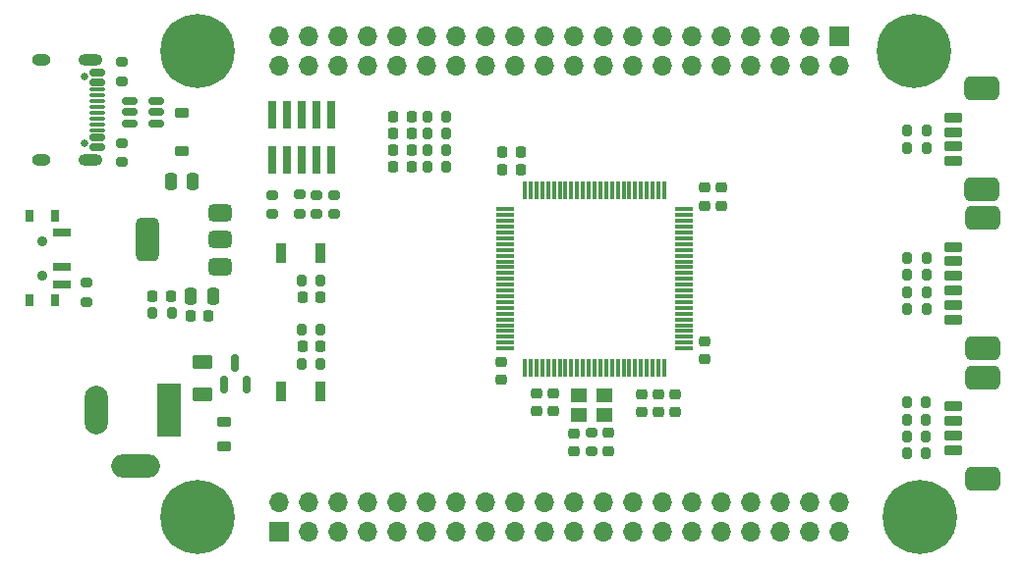
<source format=gbr>
%TF.GenerationSoftware,KiCad,Pcbnew,8.0.5*%
%TF.CreationDate,2024-10-15T23:52:28+04:00*%
%TF.ProjectId,AuroraF4,4175726f-7261-4463-942e-6b696361645f,v1.0.1*%
%TF.SameCoordinates,Original*%
%TF.FileFunction,Soldermask,Top*%
%TF.FilePolarity,Negative*%
%FSLAX46Y46*%
G04 Gerber Fmt 4.6, Leading zero omitted, Abs format (unit mm)*
G04 Created by KiCad (PCBNEW 8.0.5) date 2024-10-15 23:52:28*
%MOMM*%
%LPD*%
G01*
G04 APERTURE LIST*
G04 Aperture macros list*
%AMRoundRect*
0 Rectangle with rounded corners*
0 $1 Rounding radius*
0 $2 $3 $4 $5 $6 $7 $8 $9 X,Y pos of 4 corners*
0 Add a 4 corners polygon primitive as box body*
4,1,4,$2,$3,$4,$5,$6,$7,$8,$9,$2,$3,0*
0 Add four circle primitives for the rounded corners*
1,1,$1+$1,$2,$3*
1,1,$1+$1,$4,$5*
1,1,$1+$1,$6,$7*
1,1,$1+$1,$8,$9*
0 Add four rect primitives between the rounded corners*
20,1,$1+$1,$2,$3,$4,$5,0*
20,1,$1+$1,$4,$5,$6,$7,0*
20,1,$1+$1,$6,$7,$8,$9,0*
20,1,$1+$1,$8,$9,$2,$3,0*%
G04 Aperture macros list end*
%ADD10R,0.900000X1.700000*%
%ADD11RoundRect,0.200000X-0.200000X-0.275000X0.200000X-0.275000X0.200000X0.275000X-0.200000X0.275000X0*%
%ADD12RoundRect,0.200000X0.200000X0.275000X-0.200000X0.275000X-0.200000X-0.275000X0.200000X-0.275000X0*%
%ADD13RoundRect,0.225000X0.225000X0.250000X-0.225000X0.250000X-0.225000X-0.250000X0.225000X-0.250000X0*%
%ADD14R,0.740000X2.400000*%
%ADD15RoundRect,0.200000X0.600000X0.200000X-0.600000X0.200000X-0.600000X-0.200000X0.600000X-0.200000X0*%
%ADD16RoundRect,0.525000X-0.975000X-0.525000X0.975000X-0.525000X0.975000X0.525000X-0.975000X0.525000X0*%
%ADD17RoundRect,0.200000X-0.275000X0.200000X-0.275000X-0.200000X0.275000X-0.200000X0.275000X0.200000X0*%
%ADD18R,0.800000X1.000000*%
%ADD19C,0.900000*%
%ADD20R,1.500000X0.700000*%
%ADD21RoundRect,0.250000X-0.250000X-0.475000X0.250000X-0.475000X0.250000X0.475000X-0.250000X0.475000X0*%
%ADD22RoundRect,0.218750X-0.218750X-0.256250X0.218750X-0.256250X0.218750X0.256250X-0.218750X0.256250X0*%
%ADD23RoundRect,0.225000X0.375000X-0.225000X0.375000X0.225000X-0.375000X0.225000X-0.375000X-0.225000X0*%
%ADD24R,2.000000X4.600000*%
%ADD25O,2.000000X4.200000*%
%ADD26O,4.200000X2.000000*%
%ADD27RoundRect,0.225000X0.250000X-0.225000X0.250000X0.225000X-0.250000X0.225000X-0.250000X-0.225000X0*%
%ADD28C,0.800000*%
%ADD29C,6.400000*%
%ADD30RoundRect,0.225000X-0.250000X0.225000X-0.250000X-0.225000X0.250000X-0.225000X0.250000X0.225000X0*%
%ADD31R,1.700000X1.700000*%
%ADD32O,1.700000X1.700000*%
%ADD33RoundRect,0.250000X0.250000X0.475000X-0.250000X0.475000X-0.250000X-0.475000X0.250000X-0.475000X0*%
%ADD34RoundRect,0.218750X-0.381250X0.218750X-0.381250X-0.218750X0.381250X-0.218750X0.381250X0.218750X0*%
%ADD35RoundRect,0.200000X0.275000X-0.200000X0.275000X0.200000X-0.275000X0.200000X-0.275000X-0.200000X0*%
%ADD36R,1.400000X1.200000*%
%ADD37RoundRect,0.375000X0.625000X0.375000X-0.625000X0.375000X-0.625000X-0.375000X0.625000X-0.375000X0*%
%ADD38RoundRect,0.500000X0.500000X1.400000X-0.500000X1.400000X-0.500000X-1.400000X0.500000X-1.400000X0*%
%ADD39RoundRect,0.150000X-0.512500X-0.150000X0.512500X-0.150000X0.512500X0.150000X-0.512500X0.150000X0*%
%ADD40RoundRect,0.250000X0.625000X-0.375000X0.625000X0.375000X-0.625000X0.375000X-0.625000X-0.375000X0*%
%ADD41RoundRect,0.150000X0.150000X-0.587500X0.150000X0.587500X-0.150000X0.587500X-0.150000X-0.587500X0*%
%ADD42RoundRect,0.075000X0.725000X-0.075000X0.725000X0.075000X-0.725000X0.075000X-0.725000X-0.075000X0*%
%ADD43RoundRect,0.075000X0.075000X-0.725000X0.075000X0.725000X-0.075000X0.725000X-0.075000X-0.725000X0*%
%ADD44C,0.650000*%
%ADD45RoundRect,0.150000X-0.500000X0.150000X-0.500000X-0.150000X0.500000X-0.150000X0.500000X0.150000X0*%
%ADD46RoundRect,0.075000X-0.575000X0.075000X-0.575000X-0.075000X0.575000X-0.075000X0.575000X0.075000X0*%
%ADD47O,2.100000X1.000000*%
%ADD48O,1.600000X1.000000*%
G04 APERTURE END LIST*
D10*
%TO.C,USR*%
X120830000Y-108140000D03*
X124230000Y-108140000D03*
%TD*%
%TO.C,RST*%
X120830000Y-96170000D03*
X124230000Y-96170000D03*
%TD*%
D11*
%TO.C,R6*%
X122625000Y-102830000D03*
X124275000Y-102830000D03*
%TD*%
D12*
%TO.C,R5*%
X122625000Y-105750000D03*
X124275000Y-105750000D03*
%TD*%
%TO.C,R4*%
X124275000Y-98560000D03*
X122625000Y-98560000D03*
%TD*%
D13*
%TO.C,C18*%
X124225000Y-104290000D03*
X122675000Y-104290000D03*
%TD*%
%TO.C,C17*%
X124225000Y-100020000D03*
X122675000Y-100020000D03*
%TD*%
D14*
%TO.C,J2*%
X120070000Y-88160000D03*
X120070000Y-84260000D03*
X121340000Y-88160000D03*
X121340000Y-84260000D03*
X122610000Y-88160000D03*
X122610000Y-84260000D03*
X123880000Y-88160000D03*
X123880000Y-84260000D03*
X125150000Y-88160000D03*
X125150000Y-84260000D03*
%TD*%
D15*
%TO.C,J3*%
X178790000Y-113200000D03*
X178790000Y-111950000D03*
X178790000Y-110700000D03*
X178790000Y-109450000D03*
D16*
X181290000Y-106950000D03*
X181290000Y-115650000D03*
%TD*%
D15*
%TO.C,J1*%
X178780000Y-101920000D03*
X178780000Y-100670000D03*
X178780000Y-99420000D03*
X178780000Y-98170000D03*
X178780000Y-96920000D03*
X178780000Y-95670000D03*
D16*
X181280000Y-93170000D03*
X181280000Y-104420000D03*
%TD*%
D12*
%TO.C,R27*%
X135080000Y-88790000D03*
X133430000Y-88790000D03*
%TD*%
%TO.C,R26*%
X135080000Y-87330000D03*
X133430000Y-87330000D03*
%TD*%
%TO.C,R25*%
X135080000Y-85870000D03*
X133430000Y-85870000D03*
%TD*%
%TO.C,R24*%
X135080000Y-84410000D03*
X133430000Y-84410000D03*
%TD*%
D17*
%TO.C,R8*%
X123930000Y-92825000D03*
X123930000Y-91175000D03*
%TD*%
D18*
%TO.C,BOOT1*%
X101350000Y-93000000D03*
X99140000Y-93000000D03*
D19*
X100240000Y-95150000D03*
X100240000Y-98150000D03*
D18*
X101350000Y-100300000D03*
X99140000Y-100300000D03*
D20*
X102000000Y-94400000D03*
X102000000Y-97400000D03*
X102000000Y-98900000D03*
%TD*%
D21*
%TO.C,C15*%
X114990000Y-99940000D03*
X113090000Y-99940000D03*
%TD*%
D17*
%TO.C,R17*%
X107117500Y-79712500D03*
X107117500Y-81362500D03*
%TD*%
D22*
%TO.C,D4*%
X132077500Y-88790000D03*
X130502500Y-88790000D03*
%TD*%
D23*
%TO.C,D6*%
X112330000Y-87430000D03*
X112330000Y-84130000D03*
%TD*%
D17*
%TO.C,R9*%
X122470000Y-92810000D03*
X122470000Y-91160000D03*
%TD*%
D22*
%TO.C,L1*%
X114607500Y-101650000D03*
X113032500Y-101650000D03*
%TD*%
D24*
%TO.C,POWER*%
X111220000Y-109760000D03*
D25*
X104920000Y-109760000D03*
D26*
X108320000Y-114560000D03*
%TD*%
D27*
%TO.C,C6*%
X157330000Y-92105000D03*
X157330000Y-90555000D03*
%TD*%
D11*
%TO.C,R12*%
X174750000Y-113500000D03*
X176400000Y-113500000D03*
%TD*%
D28*
%TO.C,H4*%
X116020000Y-119015000D03*
X115317056Y-120712056D03*
X115317056Y-117317944D03*
X113620000Y-121415000D03*
D29*
X113620000Y-119015000D03*
D28*
X113620000Y-116615000D03*
X111922944Y-120712056D03*
X111922944Y-117317944D03*
X111220000Y-119015000D03*
%TD*%
D30*
%TO.C,C9*%
X142830000Y-109865000D03*
X142830000Y-108315000D03*
%TD*%
%TO.C,C12*%
X149040000Y-113290000D03*
X149040000Y-111740000D03*
%TD*%
D31*
%TO.C,J9*%
X168920000Y-77457056D03*
D32*
X168920000Y-79997056D03*
X166380000Y-77457056D03*
X166380000Y-79997056D03*
X163840000Y-77457056D03*
X163840000Y-79997056D03*
X161300000Y-77457056D03*
X161300000Y-79997056D03*
X158760000Y-77457056D03*
X158760000Y-79997056D03*
X156220000Y-77457056D03*
X156220000Y-79997056D03*
X153680000Y-77457056D03*
X153680000Y-79997056D03*
X151140000Y-77457056D03*
X151140000Y-79997056D03*
X148600000Y-77457056D03*
X148600000Y-79997056D03*
X146060000Y-77457056D03*
X146060000Y-79997056D03*
X143520000Y-77457056D03*
X143520000Y-79997056D03*
X140980000Y-77457056D03*
X140980000Y-79997056D03*
X138440000Y-77457056D03*
X138440000Y-79997056D03*
X135900000Y-77457056D03*
X135900000Y-79997056D03*
X133360000Y-77457056D03*
X133360000Y-79997056D03*
X130820000Y-77457056D03*
X130820000Y-79997056D03*
X128280000Y-77457056D03*
X128280000Y-79997056D03*
X125740000Y-77457056D03*
X125740000Y-79997056D03*
X123200000Y-77457056D03*
X123200000Y-79997056D03*
X120660000Y-77457056D03*
X120660000Y-79997056D03*
%TD*%
D33*
%TO.C,C14*%
X113260000Y-90050000D03*
X111360000Y-90050000D03*
%TD*%
D34*
%TO.C,FB1*%
X115980000Y-110735000D03*
X115980000Y-112860000D03*
%TD*%
D17*
%TO.C,R10*%
X120080000Y-92835000D03*
X120080000Y-91185000D03*
%TD*%
D22*
%TO.C,D5*%
X111377500Y-99940000D03*
X109802500Y-99940000D03*
%TD*%
D12*
%TO.C,R16*%
X176455000Y-87110000D03*
X174805000Y-87110000D03*
%TD*%
D11*
%TO.C,R11*%
X176405000Y-109110000D03*
X174755000Y-109110000D03*
%TD*%
D17*
%TO.C,R7*%
X125400000Y-92825000D03*
X125400000Y-91175000D03*
%TD*%
D12*
%TO.C,R19*%
X109765000Y-101400000D03*
X111415000Y-101400000D03*
%TD*%
D31*
%TO.C,J7*%
X120670000Y-120290000D03*
D32*
X120670000Y-117750000D03*
X123210000Y-120290000D03*
X123210000Y-117750000D03*
X125750000Y-120290000D03*
X125750000Y-117750000D03*
X128290000Y-120290000D03*
X128290000Y-117750000D03*
X130830000Y-120290000D03*
X130830000Y-117750000D03*
X133370000Y-120290000D03*
X133370000Y-117750000D03*
X135910000Y-120290000D03*
X135910000Y-117750000D03*
X138450000Y-120290000D03*
X138450000Y-117750000D03*
X140990000Y-120290000D03*
X140990000Y-117750000D03*
X143530000Y-120290000D03*
X143530000Y-117750000D03*
X146070000Y-120290000D03*
X146070000Y-117750000D03*
X148610000Y-120290000D03*
X148610000Y-117750000D03*
X151150000Y-120290000D03*
X151150000Y-117750000D03*
X153690000Y-120290000D03*
X153690000Y-117750000D03*
X156230000Y-120290000D03*
X156230000Y-117750000D03*
X158770000Y-120290000D03*
X158770000Y-117750000D03*
X161310000Y-120290000D03*
X161310000Y-117750000D03*
X163850000Y-120290000D03*
X163850000Y-117750000D03*
X166390000Y-120290000D03*
X166390000Y-117750000D03*
X168930000Y-120290000D03*
X168930000Y-117750000D03*
%TD*%
D28*
%TO.C,H2*%
X173000000Y-78732056D03*
X173702944Y-77035000D03*
X173702944Y-80429112D03*
X175400000Y-76332056D03*
D29*
X175400000Y-78732056D03*
D28*
X175400000Y-81132056D03*
X177097056Y-77035000D03*
X177097056Y-80429112D03*
X177800000Y-78732056D03*
%TD*%
D30*
%TO.C,C11*%
X154840000Y-109940000D03*
X154840000Y-108390000D03*
%TD*%
D22*
%TO.C,D3*%
X132077500Y-87330000D03*
X130502500Y-87330000D03*
%TD*%
D30*
%TO.C,C10*%
X153370000Y-108390000D03*
X153370000Y-109940000D03*
%TD*%
D35*
%TO.C,R18*%
X107117500Y-88367500D03*
X107117500Y-86717500D03*
%TD*%
D12*
%TO.C,R20*%
X176465000Y-98090000D03*
X174815000Y-98090000D03*
%TD*%
D35*
%TO.C,R1*%
X104100000Y-100405000D03*
X104100000Y-98755000D03*
%TD*%
D36*
%TO.C,Y1*%
X146480000Y-110180000D03*
X148680000Y-110180000D03*
X148680000Y-108480000D03*
X146480000Y-108480000D03*
%TD*%
D22*
%TO.C,D1*%
X132082500Y-84410000D03*
X130507500Y-84410000D03*
%TD*%
D37*
%TO.C,U4*%
X115610000Y-97350000D03*
X115610000Y-95050000D03*
D38*
X109310000Y-95050000D03*
D37*
X115610000Y-92750000D03*
%TD*%
D12*
%TO.C,R13*%
X176465000Y-101010000D03*
X174815000Y-101010000D03*
%TD*%
D28*
%TO.C,H1*%
X111220000Y-78732056D03*
X111922944Y-77035000D03*
X111922944Y-80429112D03*
X113620000Y-76332056D03*
D29*
X113620000Y-78732056D03*
D28*
X113620000Y-81132056D03*
X115317056Y-77035000D03*
X115317056Y-80429112D03*
X116020000Y-78732056D03*
%TD*%
D13*
%TO.C,C5*%
X141470000Y-88970000D03*
X139920000Y-88970000D03*
%TD*%
D12*
%TO.C,R14*%
X176465000Y-99550000D03*
X174815000Y-99550000D03*
%TD*%
D39*
%TO.C,U3*%
X107850000Y-83097500D03*
X107850000Y-84047500D03*
X107850000Y-84997500D03*
X110125000Y-84997500D03*
X110125000Y-84047500D03*
X110125000Y-83097500D03*
%TD*%
D40*
%TO.C,F1*%
X114060000Y-108400000D03*
X114060000Y-105600000D03*
%TD*%
D17*
%TO.C,R2*%
X147580000Y-113340000D03*
X147580000Y-111690000D03*
%TD*%
D30*
%TO.C,C13*%
X146110000Y-113295000D03*
X146110000Y-111745000D03*
%TD*%
%TO.C,C7*%
X157380000Y-103795000D03*
X157380000Y-105345000D03*
%TD*%
D12*
%TO.C,R15*%
X176450000Y-85650000D03*
X174800000Y-85650000D03*
%TD*%
D41*
%TO.C,Q1*%
X115950000Y-107557500D03*
X117850000Y-107557500D03*
X116900000Y-105682500D03*
%TD*%
D22*
%TO.C,D2*%
X132082500Y-85870000D03*
X130507500Y-85870000D03*
%TD*%
D12*
%TO.C,R22*%
X176400000Y-112035000D03*
X174750000Y-112035000D03*
%TD*%
D30*
%TO.C,C8*%
X151910000Y-108385000D03*
X151910000Y-109935000D03*
%TD*%
D27*
%TO.C,C3*%
X158790000Y-92105000D03*
X158790000Y-90555000D03*
%TD*%
D13*
%TO.C,C2*%
X141470000Y-87510000D03*
X139920000Y-87510000D03*
%TD*%
D30*
%TO.C,C1*%
X144290000Y-108315000D03*
X144290000Y-109865000D03*
%TD*%
D12*
%TO.C,R23*%
X176405000Y-110575000D03*
X174755000Y-110575000D03*
%TD*%
D28*
%TO.C,H3*%
X178300000Y-119000000D03*
X177597056Y-120697056D03*
X177597056Y-117302944D03*
X175900000Y-121400000D03*
D29*
X175900000Y-119000000D03*
D28*
X175900000Y-116600000D03*
X174202944Y-120697056D03*
X174202944Y-117302944D03*
X173500000Y-119000000D03*
%TD*%
D12*
%TO.C,R21*%
X176465000Y-96630000D03*
X174815000Y-96630000D03*
%TD*%
D30*
%TO.C,C4*%
X139820000Y-105565000D03*
X139820000Y-107115000D03*
%TD*%
D42*
%TO.C,U1*%
X140185000Y-104430000D03*
X140185000Y-103930000D03*
X140185000Y-103430000D03*
X140185000Y-102930000D03*
X140185000Y-102430000D03*
X140185000Y-101930000D03*
X140185000Y-101430000D03*
X140185000Y-100930000D03*
X140185000Y-100430000D03*
X140185000Y-99930000D03*
X140185000Y-99430000D03*
X140185000Y-98930000D03*
X140185000Y-98430000D03*
X140185000Y-97930000D03*
X140185000Y-97430000D03*
X140185000Y-96930000D03*
X140185000Y-96430000D03*
X140185000Y-95930000D03*
X140185000Y-95430000D03*
X140185000Y-94930000D03*
X140185000Y-94430000D03*
X140185000Y-93930000D03*
X140185000Y-93430000D03*
X140185000Y-92930000D03*
X140185000Y-92430000D03*
D43*
X141860000Y-90755000D03*
X142360000Y-90755000D03*
X142860000Y-90755000D03*
X143360000Y-90755000D03*
X143860000Y-90755000D03*
X144360000Y-90755000D03*
X144860000Y-90755000D03*
X145360000Y-90755000D03*
X145860000Y-90755000D03*
X146360000Y-90755000D03*
X146860000Y-90755000D03*
X147360000Y-90755000D03*
X147860000Y-90755000D03*
X148360000Y-90755000D03*
X148860000Y-90755000D03*
X149360000Y-90755000D03*
X149860000Y-90755000D03*
X150360000Y-90755000D03*
X150860000Y-90755000D03*
X151360000Y-90755000D03*
X151860000Y-90755000D03*
X152360000Y-90755000D03*
X152860000Y-90755000D03*
X153360000Y-90755000D03*
X153860000Y-90755000D03*
D42*
X155535000Y-92430000D03*
X155535000Y-92930000D03*
X155535000Y-93430000D03*
X155535000Y-93930000D03*
X155535000Y-94430000D03*
X155535000Y-94930000D03*
X155535000Y-95430000D03*
X155535000Y-95930000D03*
X155535000Y-96430000D03*
X155535000Y-96930000D03*
X155535000Y-97430000D03*
X155535000Y-97930000D03*
X155535000Y-98430000D03*
X155535000Y-98930000D03*
X155535000Y-99430000D03*
X155535000Y-99930000D03*
X155535000Y-100430000D03*
X155535000Y-100930000D03*
X155535000Y-101430000D03*
X155535000Y-101930000D03*
X155535000Y-102430000D03*
X155535000Y-102930000D03*
X155535000Y-103430000D03*
X155535000Y-103930000D03*
X155535000Y-104430000D03*
D43*
X153860000Y-106105000D03*
X153360000Y-106105000D03*
X152860000Y-106105000D03*
X152360000Y-106105000D03*
X151860000Y-106105000D03*
X151360000Y-106105000D03*
X150860000Y-106105000D03*
X150360000Y-106105000D03*
X149860000Y-106105000D03*
X149360000Y-106105000D03*
X148860000Y-106105000D03*
X148360000Y-106105000D03*
X147860000Y-106105000D03*
X147360000Y-106105000D03*
X146860000Y-106105000D03*
X146360000Y-106105000D03*
X145860000Y-106105000D03*
X145360000Y-106105000D03*
X144860000Y-106105000D03*
X144360000Y-106105000D03*
X143860000Y-106105000D03*
X143360000Y-106105000D03*
X142860000Y-106105000D03*
X142360000Y-106105000D03*
X141860000Y-106105000D03*
%TD*%
D15*
%TO.C,J4*%
X178745000Y-88250000D03*
X178745000Y-87000000D03*
X178745000Y-85750000D03*
X178745000Y-84500000D03*
D16*
X181245000Y-82000000D03*
X181245000Y-90700000D03*
%TD*%
D44*
%TO.C,J5*%
X103902500Y-80965000D03*
X103902500Y-86745000D03*
D45*
X105042500Y-80655000D03*
X105042500Y-81455000D03*
D46*
X105042500Y-82605000D03*
X105042500Y-83605000D03*
X105042500Y-84105000D03*
X105042500Y-85105000D03*
D45*
X105042500Y-86255000D03*
X105042500Y-87055000D03*
X105042500Y-87055000D03*
X105042500Y-86255000D03*
D46*
X105042500Y-85605000D03*
X105042500Y-84605000D03*
X105042500Y-83105000D03*
X105042500Y-82105000D03*
D45*
X105042500Y-81455000D03*
X105042500Y-80655000D03*
D47*
X104402500Y-79535000D03*
D48*
X100222500Y-79535000D03*
D47*
X104402500Y-88175000D03*
D48*
X100222500Y-88175000D03*
%TD*%
M02*

</source>
